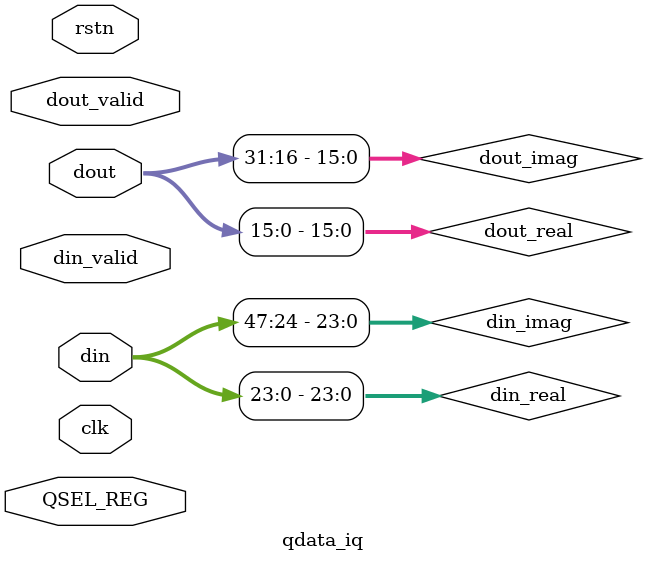
<source format=v>
module qdata_iq
	#(
		// Number of bits of Input.
		parameter BIN 	= 24	,

		// Number of bits of Output.
		parameter BOUT	= 16
	)
	(
		// Reset and clock.
		input	wire				rstn		,
		input 	wire				clk			,

		// Input data.
		input 	wire [2*BIN-1:0]	din			,
		input 	wire				din_valid	,

		// Output data.
		input 	wire [2*BOUT-1:0]	dout		,
		input 	wire				dout_valid	,

		// Registers.
		input	wire [31:0]			QSEL_REG
	);

/*************/
/* Internals */
/*************/
wire [BIN-1:0]	din_real;
wire [BIN-1:0]	din_imag;
wire [BOUT-1:0]	dout_real;
wire [BOUT-1:0]	dout_imag;

/****************/
/* Architecture */
/****************/

// Input data.
assign din_real = din[0 +: BIN];
assign din_imag = din[BIN +: BIN];

// Quantization of Real part.
qdata
	#(
		// Number of bits of Input.
		.BIN	(BIN	),

		// Number of bits of Output.
		.BOUT	(BOUT	)
	)
	qdata_i
	(
		// Reset and clock.
		.rstn		(rstn		),
		.clk		(clk		),

		// Input data.
		.din		(din_real  	),
		.din_valid	(din_valid	),

		// Output data.
		.dout		(dout_real	),
		.dout_valid	(dout_valid	),

		// Registers.
		.QSEL_REG	(QSEL_REG	)
	);

// Quantization of Imaginary part.
qdata
	#(
		// Number of bits of Input.
		.BIN	(BIN	),

		// Number of bits of Output.
		.BOUT	(BOUT	)
	)
	qdata_q
	(
		// Reset and clock.
		.rstn		(rstn		),
		.clk		(clk		),

		// Input data.
		.din		(din_imag  	),
		.din_valid	(din_valid	),

		// Output data.
		.dout		(dout_imag	),
		.dout_valid	(			),

		// Registers.
		.QSEL_REG	(QSEL_REG	)
	);

// Assign outputs.
assign dout			= {dout_imag,dout_real};

endmodule


</source>
